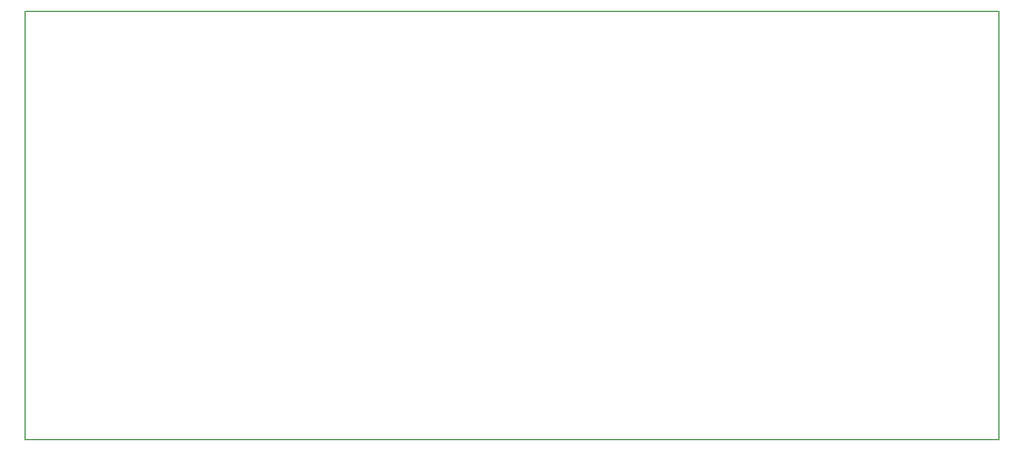
<source format=gm1>
G04 MADE WITH FRITZING*
G04 WWW.FRITZING.ORG*
G04 DOUBLE SIDED*
G04 HOLES PLATED*
G04 CONTOUR ON CENTER OF CONTOUR VECTOR*
%ASAXBY*%
%FSLAX23Y23*%
%MOIN*%
%OFA0B0*%
%SFA1.0B1.0*%
%ADD10R,5.701850X2.514060*%
%ADD11C,0.008000*%
%ADD10C,0.008*%
%LNCONTOUR*%
G90*
G70*
G54D10*
G54D11*
X8Y2506D02*
X5702Y2506D01*
X5702Y0D01*
X8Y0D01*
X8Y2506D01*
D02*
G04 End of contour*
M02*
</source>
